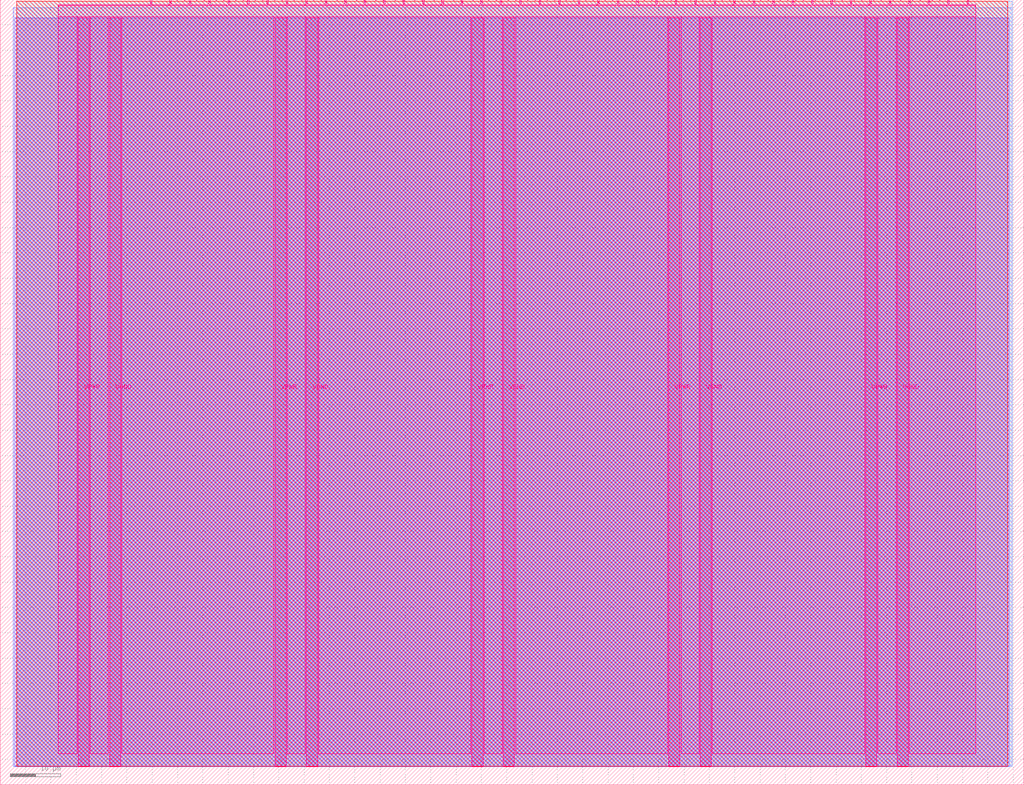
<source format=lef>
VERSION 5.7 ;
  NOWIREEXTENSIONATPIN ON ;
  DIVIDERCHAR "/" ;
  BUSBITCHARS "[]" ;
MACRO tt_um_demosiine_sda
  CLASS BLOCK ;
  FOREIGN tt_um_demosiine_sda ;
  ORIGIN 0.000 0.000 ;
  SIZE 202.080 BY 154.980 ;
  PIN VGND
    DIRECTION INOUT ;
    USE GROUND ;
    PORT
      LAYER Metal5 ;
        RECT 21.580 3.560 23.780 151.420 ;
    END
    PORT
      LAYER Metal5 ;
        RECT 60.450 3.560 62.650 151.420 ;
    END
    PORT
      LAYER Metal5 ;
        RECT 99.320 3.560 101.520 151.420 ;
    END
    PORT
      LAYER Metal5 ;
        RECT 138.190 3.560 140.390 151.420 ;
    END
    PORT
      LAYER Metal5 ;
        RECT 177.060 3.560 179.260 151.420 ;
    END
  END VGND
  PIN VPWR
    DIRECTION INOUT ;
    USE POWER ;
    PORT
      LAYER Metal5 ;
        RECT 15.380 3.560 17.580 151.420 ;
    END
    PORT
      LAYER Metal5 ;
        RECT 54.250 3.560 56.450 151.420 ;
    END
    PORT
      LAYER Metal5 ;
        RECT 93.120 3.560 95.320 151.420 ;
    END
    PORT
      LAYER Metal5 ;
        RECT 131.990 3.560 134.190 151.420 ;
    END
    PORT
      LAYER Metal5 ;
        RECT 170.860 3.560 173.060 151.420 ;
    END
  END VPWR
  PIN clk
    DIRECTION INPUT ;
    USE SIGNAL ;
    ANTENNAGATEAREA 0.213200 ;
    PORT
      LAYER Metal5 ;
        RECT 187.050 153.980 187.350 154.980 ;
    END
  END clk
  PIN ena
    DIRECTION INPUT ;
    USE SIGNAL ;
    PORT
      LAYER Metal5 ;
        RECT 190.890 153.980 191.190 154.980 ;
    END
  END ena
  PIN rst_n
    DIRECTION INPUT ;
    USE SIGNAL ;
    ANTENNAGATEAREA 0.314600 ;
    PORT
      LAYER Metal5 ;
        RECT 183.210 153.980 183.510 154.980 ;
    END
  END rst_n
  PIN ui_in[0]
    DIRECTION INPUT ;
    USE SIGNAL ;
    ANTENNAGATEAREA 0.393900 ;
    PORT
      LAYER Metal5 ;
        RECT 179.370 153.980 179.670 154.980 ;
    END
  END ui_in[0]
  PIN ui_in[1]
    DIRECTION INPUT ;
    USE SIGNAL ;
    ANTENNAGATEAREA 0.180700 ;
    PORT
      LAYER Metal5 ;
        RECT 175.530 153.980 175.830 154.980 ;
    END
  END ui_in[1]
  PIN ui_in[2]
    DIRECTION INPUT ;
    USE SIGNAL ;
    ANTENNAGATEAREA 0.213200 ;
    PORT
      LAYER Metal5 ;
        RECT 171.690 153.980 171.990 154.980 ;
    END
  END ui_in[2]
  PIN ui_in[3]
    DIRECTION INPUT ;
    USE SIGNAL ;
    ANTENNAGATEAREA 0.180700 ;
    PORT
      LAYER Metal5 ;
        RECT 167.850 153.980 168.150 154.980 ;
    END
  END ui_in[3]
  PIN ui_in[4]
    DIRECTION INPUT ;
    USE SIGNAL ;
    ANTENNAGATEAREA 0.213200 ;
    PORT
      LAYER Metal5 ;
        RECT 164.010 153.980 164.310 154.980 ;
    END
  END ui_in[4]
  PIN ui_in[5]
    DIRECTION INPUT ;
    USE SIGNAL ;
    ANTENNAGATEAREA 0.180700 ;
    PORT
      LAYER Metal5 ;
        RECT 160.170 153.980 160.470 154.980 ;
    END
  END ui_in[5]
  PIN ui_in[6]
    DIRECTION INPUT ;
    USE SIGNAL ;
    ANTENNAGATEAREA 0.180700 ;
    PORT
      LAYER Metal5 ;
        RECT 156.330 153.980 156.630 154.980 ;
    END
  END ui_in[6]
  PIN ui_in[7]
    DIRECTION INPUT ;
    USE SIGNAL ;
    ANTENNAGATEAREA 0.213200 ;
    PORT
      LAYER Metal5 ;
        RECT 152.490 153.980 152.790 154.980 ;
    END
  END ui_in[7]
  PIN uio_in[0]
    DIRECTION INPUT ;
    USE SIGNAL ;
    PORT
      LAYER Metal5 ;
        RECT 148.650 153.980 148.950 154.980 ;
    END
  END uio_in[0]
  PIN uio_in[1]
    DIRECTION INPUT ;
    USE SIGNAL ;
    PORT
      LAYER Metal5 ;
        RECT 144.810 153.980 145.110 154.980 ;
    END
  END uio_in[1]
  PIN uio_in[2]
    DIRECTION INPUT ;
    USE SIGNAL ;
    PORT
      LAYER Metal5 ;
        RECT 140.970 153.980 141.270 154.980 ;
    END
  END uio_in[2]
  PIN uio_in[3]
    DIRECTION INPUT ;
    USE SIGNAL ;
    PORT
      LAYER Metal5 ;
        RECT 137.130 153.980 137.430 154.980 ;
    END
  END uio_in[3]
  PIN uio_in[4]
    DIRECTION INPUT ;
    USE SIGNAL ;
    PORT
      LAYER Metal5 ;
        RECT 133.290 153.980 133.590 154.980 ;
    END
  END uio_in[4]
  PIN uio_in[5]
    DIRECTION INPUT ;
    USE SIGNAL ;
    PORT
      LAYER Metal5 ;
        RECT 129.450 153.980 129.750 154.980 ;
    END
  END uio_in[5]
  PIN uio_in[6]
    DIRECTION INPUT ;
    USE SIGNAL ;
    PORT
      LAYER Metal5 ;
        RECT 125.610 153.980 125.910 154.980 ;
    END
  END uio_in[6]
  PIN uio_in[7]
    DIRECTION INPUT ;
    USE SIGNAL ;
    PORT
      LAYER Metal5 ;
        RECT 121.770 153.980 122.070 154.980 ;
    END
  END uio_in[7]
  PIN uio_oe[0]
    DIRECTION OUTPUT ;
    USE SIGNAL ;
    ANTENNADIFFAREA 0.299200 ;
    PORT
      LAYER Metal5 ;
        RECT 56.490 153.980 56.790 154.980 ;
    END
  END uio_oe[0]
  PIN uio_oe[1]
    DIRECTION OUTPUT ;
    USE SIGNAL ;
    ANTENNADIFFAREA 0.299200 ;
    PORT
      LAYER Metal5 ;
        RECT 52.650 153.980 52.950 154.980 ;
    END
  END uio_oe[1]
  PIN uio_oe[2]
    DIRECTION OUTPUT ;
    USE SIGNAL ;
    ANTENNADIFFAREA 0.299200 ;
    PORT
      LAYER Metal5 ;
        RECT 48.810 153.980 49.110 154.980 ;
    END
  END uio_oe[2]
  PIN uio_oe[3]
    DIRECTION OUTPUT ;
    USE SIGNAL ;
    ANTENNADIFFAREA 0.299200 ;
    PORT
      LAYER Metal5 ;
        RECT 44.970 153.980 45.270 154.980 ;
    END
  END uio_oe[3]
  PIN uio_oe[4]
    DIRECTION OUTPUT ;
    USE SIGNAL ;
    ANTENNADIFFAREA 0.299200 ;
    PORT
      LAYER Metal5 ;
        RECT 41.130 153.980 41.430 154.980 ;
    END
  END uio_oe[4]
  PIN uio_oe[5]
    DIRECTION OUTPUT ;
    USE SIGNAL ;
    ANTENNADIFFAREA 0.299200 ;
    PORT
      LAYER Metal5 ;
        RECT 37.290 153.980 37.590 154.980 ;
    END
  END uio_oe[5]
  PIN uio_oe[6]
    DIRECTION OUTPUT ;
    USE SIGNAL ;
    ANTENNADIFFAREA 0.299200 ;
    PORT
      LAYER Metal5 ;
        RECT 33.450 153.980 33.750 154.980 ;
    END
  END uio_oe[6]
  PIN uio_oe[7]
    DIRECTION OUTPUT ;
    USE SIGNAL ;
    ANTENNADIFFAREA 0.392700 ;
    PORT
      LAYER Metal5 ;
        RECT 29.610 153.980 29.910 154.980 ;
    END
  END uio_oe[7]
  PIN uio_out[0]
    DIRECTION OUTPUT ;
    USE SIGNAL ;
    ANTENNADIFFAREA 0.299200 ;
    PORT
      LAYER Metal5 ;
        RECT 87.210 153.980 87.510 154.980 ;
    END
  END uio_out[0]
  PIN uio_out[1]
    DIRECTION OUTPUT ;
    USE SIGNAL ;
    ANTENNADIFFAREA 0.299200 ;
    PORT
      LAYER Metal5 ;
        RECT 83.370 153.980 83.670 154.980 ;
    END
  END uio_out[1]
  PIN uio_out[2]
    DIRECTION OUTPUT ;
    USE SIGNAL ;
    ANTENNADIFFAREA 0.299200 ;
    PORT
      LAYER Metal5 ;
        RECT 79.530 153.980 79.830 154.980 ;
    END
  END uio_out[2]
  PIN uio_out[3]
    DIRECTION OUTPUT ;
    USE SIGNAL ;
    ANTENNADIFFAREA 0.299200 ;
    PORT
      LAYER Metal5 ;
        RECT 75.690 153.980 75.990 154.980 ;
    END
  END uio_out[3]
  PIN uio_out[4]
    DIRECTION OUTPUT ;
    USE SIGNAL ;
    ANTENNADIFFAREA 0.299200 ;
    PORT
      LAYER Metal5 ;
        RECT 71.850 153.980 72.150 154.980 ;
    END
  END uio_out[4]
  PIN uio_out[5]
    DIRECTION OUTPUT ;
    USE SIGNAL ;
    ANTENNADIFFAREA 0.299200 ;
    PORT
      LAYER Metal5 ;
        RECT 68.010 153.980 68.310 154.980 ;
    END
  END uio_out[5]
  PIN uio_out[6]
    DIRECTION OUTPUT ;
    USE SIGNAL ;
    ANTENNADIFFAREA 0.299200 ;
    PORT
      LAYER Metal5 ;
        RECT 64.170 153.980 64.470 154.980 ;
    END
  END uio_out[6]
  PIN uio_out[7]
    DIRECTION OUTPUT ;
    USE SIGNAL ;
    ANTENNADIFFAREA 0.706800 ;
    PORT
      LAYER Metal5 ;
        RECT 60.330 153.980 60.630 154.980 ;
    END
  END uio_out[7]
  PIN uo_out[0]
    DIRECTION OUTPUT ;
    USE SIGNAL ;
    ANTENNADIFFAREA 0.632400 ;
    PORT
      LAYER Metal5 ;
        RECT 117.930 153.980 118.230 154.980 ;
    END
  END uo_out[0]
  PIN uo_out[1]
    DIRECTION OUTPUT ;
    USE SIGNAL ;
    ANTENNADIFFAREA 0.632400 ;
    PORT
      LAYER Metal5 ;
        RECT 114.090 153.980 114.390 154.980 ;
    END
  END uo_out[1]
  PIN uo_out[2]
    DIRECTION OUTPUT ;
    USE SIGNAL ;
    ANTENNADIFFAREA 0.632400 ;
    PORT
      LAYER Metal5 ;
        RECT 110.250 153.980 110.550 154.980 ;
    END
  END uo_out[2]
  PIN uo_out[3]
    DIRECTION OUTPUT ;
    USE SIGNAL ;
    ANTENNADIFFAREA 0.654800 ;
    PORT
      LAYER Metal5 ;
        RECT 106.410 153.980 106.710 154.980 ;
    END
  END uo_out[3]
  PIN uo_out[4]
    DIRECTION OUTPUT ;
    USE SIGNAL ;
    ANTENNADIFFAREA 0.632400 ;
    PORT
      LAYER Metal5 ;
        RECT 102.570 153.980 102.870 154.980 ;
    END
  END uo_out[4]
  PIN uo_out[5]
    DIRECTION OUTPUT ;
    USE SIGNAL ;
    ANTENNADIFFAREA 0.632400 ;
    PORT
      LAYER Metal5 ;
        RECT 98.730 153.980 99.030 154.980 ;
    END
  END uo_out[5]
  PIN uo_out[6]
    DIRECTION OUTPUT ;
    USE SIGNAL ;
    ANTENNADIFFAREA 0.632400 ;
    PORT
      LAYER Metal5 ;
        RECT 94.890 153.980 95.190 154.980 ;
    END
  END uo_out[6]
  PIN uo_out[7]
    DIRECTION OUTPUT ;
    USE SIGNAL ;
    ANTENNADIFFAREA 0.706800 ;
    PORT
      LAYER Metal5 ;
        RECT 91.050 153.980 91.350 154.980 ;
    END
  END uo_out[7]
  OBS
      LAYER GatPoly ;
        RECT 2.880 3.630 199.200 151.350 ;
      LAYER Metal1 ;
        RECT 2.880 3.560 199.200 151.420 ;
      LAYER Metal2 ;
        RECT 2.605 3.680 199.825 153.400 ;
      LAYER Metal3 ;
        RECT 3.260 3.635 199.780 154.705 ;
      LAYER Metal4 ;
        RECT 3.215 3.680 198.865 154.660 ;
      LAYER Metal5 ;
        RECT 11.420 153.770 29.400 153.980 ;
        RECT 30.120 153.770 33.240 153.980 ;
        RECT 33.960 153.770 37.080 153.980 ;
        RECT 37.800 153.770 40.920 153.980 ;
        RECT 41.640 153.770 44.760 153.980 ;
        RECT 45.480 153.770 48.600 153.980 ;
        RECT 49.320 153.770 52.440 153.980 ;
        RECT 53.160 153.770 56.280 153.980 ;
        RECT 57.000 153.770 60.120 153.980 ;
        RECT 60.840 153.770 63.960 153.980 ;
        RECT 64.680 153.770 67.800 153.980 ;
        RECT 68.520 153.770 71.640 153.980 ;
        RECT 72.360 153.770 75.480 153.980 ;
        RECT 76.200 153.770 79.320 153.980 ;
        RECT 80.040 153.770 83.160 153.980 ;
        RECT 83.880 153.770 87.000 153.980 ;
        RECT 87.720 153.770 90.840 153.980 ;
        RECT 91.560 153.770 94.680 153.980 ;
        RECT 95.400 153.770 98.520 153.980 ;
        RECT 99.240 153.770 102.360 153.980 ;
        RECT 103.080 153.770 106.200 153.980 ;
        RECT 106.920 153.770 110.040 153.980 ;
        RECT 110.760 153.770 113.880 153.980 ;
        RECT 114.600 153.770 117.720 153.980 ;
        RECT 118.440 153.770 121.560 153.980 ;
        RECT 122.280 153.770 125.400 153.980 ;
        RECT 126.120 153.770 129.240 153.980 ;
        RECT 129.960 153.770 133.080 153.980 ;
        RECT 133.800 153.770 136.920 153.980 ;
        RECT 137.640 153.770 140.760 153.980 ;
        RECT 141.480 153.770 144.600 153.980 ;
        RECT 145.320 153.770 148.440 153.980 ;
        RECT 149.160 153.770 152.280 153.980 ;
        RECT 153.000 153.770 156.120 153.980 ;
        RECT 156.840 153.770 159.960 153.980 ;
        RECT 160.680 153.770 163.800 153.980 ;
        RECT 164.520 153.770 167.640 153.980 ;
        RECT 168.360 153.770 171.480 153.980 ;
        RECT 172.200 153.770 175.320 153.980 ;
        RECT 176.040 153.770 179.160 153.980 ;
        RECT 179.880 153.770 183.000 153.980 ;
        RECT 183.720 153.770 186.840 153.980 ;
        RECT 187.560 153.770 190.680 153.980 ;
        RECT 191.400 153.770 192.580 153.980 ;
        RECT 11.420 151.630 192.580 153.770 ;
        RECT 11.420 6.155 15.170 151.630 ;
        RECT 17.790 6.155 21.370 151.630 ;
        RECT 23.990 6.155 54.040 151.630 ;
        RECT 56.660 6.155 60.240 151.630 ;
        RECT 62.860 6.155 92.910 151.630 ;
        RECT 95.530 6.155 99.110 151.630 ;
        RECT 101.730 6.155 131.780 151.630 ;
        RECT 134.400 6.155 137.980 151.630 ;
        RECT 140.600 6.155 170.650 151.630 ;
        RECT 173.270 6.155 176.850 151.630 ;
        RECT 179.470 6.155 192.580 151.630 ;
  END
END tt_um_demosiine_sda
END LIBRARY


</source>
